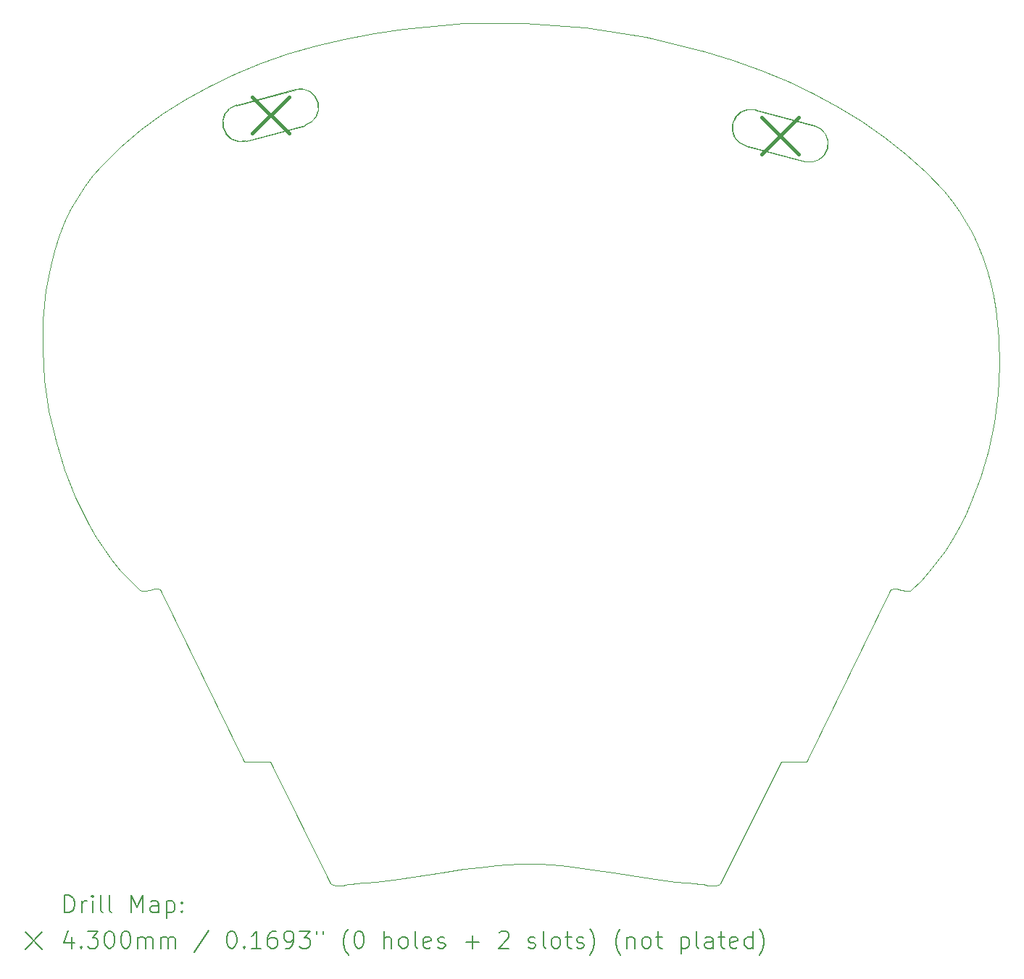
<source format=gbr>
%TF.GenerationSoftware,KiCad,Pcbnew,8.0.8*%
%TF.CreationDate,2025-02-04T02:19:48-06:00*%
%TF.ProjectId,B-Sides 2025,422d5369-6465-4732-9032-3032352e6b69,rev?*%
%TF.SameCoordinates,Original*%
%TF.FileFunction,Drillmap*%
%TF.FilePolarity,Positive*%
%FSLAX45Y45*%
G04 Gerber Fmt 4.5, Leading zero omitted, Abs format (unit mm)*
G04 Created by KiCad (PCBNEW 8.0.8) date 2025-02-04 02:19:48*
%MOMM*%
%LPD*%
G01*
G04 APERTURE LIST*
%ADD10C,0.020000*%
%ADD11C,0.050000*%
%ADD12C,0.200000*%
%ADD13C,0.430000*%
%ADD14C,0.100000*%
G04 APERTURE END LIST*
D10*
X16660856Y-5634689D02*
X17363854Y-5744584D01*
X18047436Y-5909917D01*
X18379031Y-6013177D01*
X18702274Y-6130063D01*
X19015997Y-6260494D01*
X19319035Y-6404394D01*
X19610221Y-6561683D01*
X19888389Y-6732283D01*
X20152372Y-6916117D01*
X20401004Y-7113104D01*
X20633119Y-7323168D01*
X20847550Y-7546230D01*
X20941054Y-7658767D01*
X21026964Y-7778312D01*
X21105358Y-7904377D01*
X21176317Y-8036475D01*
X21239920Y-8174116D01*
X21296248Y-8316815D01*
X21345380Y-8464082D01*
X21387397Y-8615431D01*
X21422377Y-8770373D01*
X21450402Y-8928420D01*
X21485903Y-9251881D01*
X21494539Y-9581910D01*
X21476949Y-9914607D01*
X21433773Y-10246068D01*
X21365649Y-10572391D01*
X21273217Y-10889675D01*
X21157116Y-11194017D01*
X21090389Y-11340115D01*
X21017985Y-11481515D01*
X20939983Y-11617728D01*
X20856464Y-11748267D01*
X20767506Y-11872643D01*
X20673191Y-11990370D01*
X20573597Y-12100958D01*
X20468805Y-12203922D01*
X20462982Y-12208697D01*
X20456850Y-12212619D01*
X20450427Y-12215743D01*
X20443732Y-12218122D01*
X20436784Y-12219811D01*
X20429602Y-12220864D01*
X20422205Y-12221337D01*
X20414611Y-12221284D01*
X20406839Y-12220759D01*
X20398909Y-12219817D01*
X20382647Y-12216899D01*
X20365976Y-12212968D01*
X20349046Y-12208458D01*
X20315012Y-12199449D01*
X20298209Y-12195823D01*
X20281750Y-12193364D01*
X20273696Y-12192708D01*
X20265784Y-12192508D01*
X20258034Y-12192817D01*
X20250464Y-12193691D01*
X20243093Y-12195184D01*
X20235939Y-12197351D01*
X20229022Y-12200245D01*
X20222360Y-12203922D01*
X19243247Y-14219613D01*
X18939596Y-14219613D01*
X18235298Y-15641490D01*
X18227787Y-15645833D01*
X18220118Y-15649656D01*
X18212299Y-15652982D01*
X18204339Y-15655837D01*
X18196244Y-15658243D01*
X18188023Y-15660225D01*
X18171234Y-15663012D01*
X18154033Y-15664390D01*
X18136482Y-15664551D01*
X18118644Y-15663687D01*
X18100582Y-15661991D01*
X18082357Y-15659654D01*
X18064032Y-15656869D01*
X18027331Y-15650720D01*
X17990977Y-15645082D01*
X17973087Y-15642934D01*
X17955470Y-15641490D01*
X17832995Y-15632574D01*
X17710751Y-15620598D01*
X17466814Y-15589461D01*
X16980173Y-15512405D01*
X16736912Y-15474465D01*
X16493319Y-15442237D01*
X16371312Y-15429511D01*
X16249117Y-15419709D01*
X16126701Y-15413330D01*
X16004027Y-15410872D01*
X15875481Y-15412735D01*
X15747179Y-15418672D01*
X15619089Y-15428170D01*
X15491178Y-15440713D01*
X15235759Y-15472879D01*
X14980655Y-15511052D01*
X14470335Y-15588955D01*
X14214586Y-15620452D01*
X14086449Y-15632536D01*
X13958091Y-15641490D01*
X13940472Y-15642892D01*
X13922580Y-15645009D01*
X13886224Y-15650614D01*
X13849523Y-15656758D01*
X13831198Y-15659550D01*
X13812974Y-15661897D01*
X13794912Y-15663606D01*
X13777075Y-15664485D01*
X13759526Y-15664339D01*
X13742325Y-15662976D01*
X13733876Y-15661778D01*
X13725537Y-15660203D01*
X13717316Y-15658227D01*
X13709222Y-15655826D01*
X13701262Y-15652976D01*
X13693443Y-15649653D01*
X13685775Y-15645832D01*
X13678264Y-15641490D01*
X12973965Y-14219613D01*
X12670315Y-14219613D01*
X11691201Y-12203922D01*
X11684542Y-12200245D01*
X11677628Y-12197349D01*
X11670479Y-12195180D01*
X11663113Y-12193683D01*
X11655549Y-12192804D01*
X11647806Y-12192489D01*
X11639902Y-12192682D01*
X11631857Y-12193331D01*
X11615415Y-12195774D01*
X11598630Y-12199384D01*
X11564629Y-12208363D01*
X11547712Y-12212861D01*
X11531050Y-12216786D01*
X11514792Y-12219702D01*
X11506862Y-12220646D01*
X11499089Y-12221174D01*
X11491492Y-12221233D01*
X11484089Y-12220767D01*
X11476900Y-12219723D01*
X11469943Y-12218046D01*
X11463237Y-12215682D01*
X11456799Y-12212576D01*
X11450650Y-12208674D01*
X11444808Y-12203922D01*
X11332512Y-12094569D01*
X11225408Y-11976895D01*
X11123613Y-11851436D01*
X11027240Y-11718731D01*
X10936407Y-11579317D01*
X10851229Y-11433732D01*
X10698299Y-11126198D01*
X10569374Y-10800432D01*
X10465378Y-10460735D01*
X10387235Y-10111407D01*
X10335871Y-9756752D01*
X10312208Y-9401069D01*
X10317172Y-9048660D01*
X10330678Y-8875028D01*
X10351687Y-8703827D01*
X10380314Y-8535596D01*
X10416676Y-8370872D01*
X10460887Y-8210192D01*
X10513064Y-8054095D01*
X10573322Y-7903117D01*
X10641776Y-7757798D01*
X10718542Y-7618673D01*
X10803736Y-7486282D01*
X10897472Y-7361161D01*
X10999867Y-7243849D01*
X11220127Y-7027540D01*
X11457695Y-6826579D01*
X11711403Y-6640889D01*
X11980087Y-6470390D01*
X12262580Y-6315005D01*
X12557715Y-6174656D01*
X12864325Y-6049263D01*
X13181245Y-5938749D01*
X13507308Y-5843036D01*
X13841347Y-5762044D01*
X14182197Y-5695695D01*
X14528691Y-5643912D01*
X15233944Y-5583727D01*
X15947776Y-5580862D01*
X16660856Y-5634689D01*
D11*
X18537030Y-7018752D02*
X19211295Y-7199411D01*
X18652705Y-6594589D02*
X19326970Y-6775248D01*
X18537030Y-7018752D02*
G75*
G02*
X18652705Y-6594589I56895J212338D01*
G01*
X19326970Y-6775248D02*
G75*
G02*
X19211295Y-7199411I-56895J-212338D01*
G01*
X13260178Y-6353075D02*
X12585918Y-6533752D01*
X13372082Y-6778248D02*
X12697822Y-6958925D01*
X12697822Y-6958925D02*
G75*
G02*
X12585918Y-6533752I-56896J212338D01*
G01*
X13260178Y-6353075D02*
G75*
G02*
X13372082Y-6778248I56896J-212338D01*
G01*
D12*
D13*
X12764000Y-6441000D02*
X13194000Y-6871000D01*
X13194000Y-6441000D02*
X12764000Y-6871000D01*
D14*
X12686913Y-6956849D02*
X13382379Y-6770499D01*
X13271087Y-6355151D02*
G75*
G02*
X13382379Y-6770499I55646J-207674D01*
G01*
X13271087Y-6355151D02*
X12575621Y-6541501D01*
X12575621Y-6541501D02*
G75*
G03*
X12686913Y-6956849I55646J-207674D01*
G01*
D13*
X18717000Y-6682000D02*
X19147000Y-7112000D01*
X19147000Y-6682000D02*
X18717000Y-7112000D01*
D14*
X19335379Y-6782501D02*
X18639913Y-6596151D01*
X18528621Y-7011499D02*
G75*
G02*
X18639913Y-6596151I55646J207674D01*
G01*
X18528621Y-7011499D02*
X19224087Y-7197849D01*
X19224087Y-7197849D02*
G75*
G03*
X19335379Y-6782501I55646J207674D01*
G01*
D12*
X10571985Y-15977035D02*
X10571985Y-15777035D01*
X10571985Y-15777035D02*
X10619604Y-15777035D01*
X10619604Y-15777035D02*
X10648175Y-15786558D01*
X10648175Y-15786558D02*
X10667223Y-15805606D01*
X10667223Y-15805606D02*
X10676747Y-15824654D01*
X10676747Y-15824654D02*
X10686271Y-15862749D01*
X10686271Y-15862749D02*
X10686271Y-15891320D01*
X10686271Y-15891320D02*
X10676747Y-15929416D01*
X10676747Y-15929416D02*
X10667223Y-15948463D01*
X10667223Y-15948463D02*
X10648175Y-15967511D01*
X10648175Y-15967511D02*
X10619604Y-15977035D01*
X10619604Y-15977035D02*
X10571985Y-15977035D01*
X10771985Y-15977035D02*
X10771985Y-15843701D01*
X10771985Y-15881797D02*
X10781509Y-15862749D01*
X10781509Y-15862749D02*
X10791033Y-15853225D01*
X10791033Y-15853225D02*
X10810080Y-15843701D01*
X10810080Y-15843701D02*
X10829128Y-15843701D01*
X10895794Y-15977035D02*
X10895794Y-15843701D01*
X10895794Y-15777035D02*
X10886271Y-15786558D01*
X10886271Y-15786558D02*
X10895794Y-15796082D01*
X10895794Y-15796082D02*
X10905318Y-15786558D01*
X10905318Y-15786558D02*
X10895794Y-15777035D01*
X10895794Y-15777035D02*
X10895794Y-15796082D01*
X11019604Y-15977035D02*
X11000556Y-15967511D01*
X11000556Y-15967511D02*
X10991033Y-15948463D01*
X10991033Y-15948463D02*
X10991033Y-15777035D01*
X11124366Y-15977035D02*
X11105318Y-15967511D01*
X11105318Y-15967511D02*
X11095794Y-15948463D01*
X11095794Y-15948463D02*
X11095794Y-15777035D01*
X11352937Y-15977035D02*
X11352937Y-15777035D01*
X11352937Y-15777035D02*
X11419604Y-15919892D01*
X11419604Y-15919892D02*
X11486271Y-15777035D01*
X11486271Y-15777035D02*
X11486271Y-15977035D01*
X11667223Y-15977035D02*
X11667223Y-15872273D01*
X11667223Y-15872273D02*
X11657699Y-15853225D01*
X11657699Y-15853225D02*
X11638652Y-15843701D01*
X11638652Y-15843701D02*
X11600556Y-15843701D01*
X11600556Y-15843701D02*
X11581509Y-15853225D01*
X11667223Y-15967511D02*
X11648175Y-15977035D01*
X11648175Y-15977035D02*
X11600556Y-15977035D01*
X11600556Y-15977035D02*
X11581509Y-15967511D01*
X11581509Y-15967511D02*
X11571985Y-15948463D01*
X11571985Y-15948463D02*
X11571985Y-15929416D01*
X11571985Y-15929416D02*
X11581509Y-15910368D01*
X11581509Y-15910368D02*
X11600556Y-15900844D01*
X11600556Y-15900844D02*
X11648175Y-15900844D01*
X11648175Y-15900844D02*
X11667223Y-15891320D01*
X11762461Y-15843701D02*
X11762461Y-16043701D01*
X11762461Y-15853225D02*
X11781509Y-15843701D01*
X11781509Y-15843701D02*
X11819604Y-15843701D01*
X11819604Y-15843701D02*
X11838652Y-15853225D01*
X11838652Y-15853225D02*
X11848175Y-15862749D01*
X11848175Y-15862749D02*
X11857699Y-15881797D01*
X11857699Y-15881797D02*
X11857699Y-15938939D01*
X11857699Y-15938939D02*
X11848175Y-15957987D01*
X11848175Y-15957987D02*
X11838652Y-15967511D01*
X11838652Y-15967511D02*
X11819604Y-15977035D01*
X11819604Y-15977035D02*
X11781509Y-15977035D01*
X11781509Y-15977035D02*
X11762461Y-15967511D01*
X11943413Y-15957987D02*
X11952937Y-15967511D01*
X11952937Y-15967511D02*
X11943413Y-15977035D01*
X11943413Y-15977035D02*
X11933890Y-15967511D01*
X11933890Y-15967511D02*
X11943413Y-15957987D01*
X11943413Y-15957987D02*
X11943413Y-15977035D01*
X11943413Y-15853225D02*
X11952937Y-15862749D01*
X11952937Y-15862749D02*
X11943413Y-15872273D01*
X11943413Y-15872273D02*
X11933890Y-15862749D01*
X11933890Y-15862749D02*
X11943413Y-15853225D01*
X11943413Y-15853225D02*
X11943413Y-15872273D01*
X10111208Y-16205551D02*
X10311208Y-16405551D01*
X10311208Y-16205551D02*
X10111208Y-16405551D01*
X10657699Y-16263701D02*
X10657699Y-16397035D01*
X10610080Y-16187511D02*
X10562461Y-16330368D01*
X10562461Y-16330368D02*
X10686271Y-16330368D01*
X10762461Y-16377987D02*
X10771985Y-16387511D01*
X10771985Y-16387511D02*
X10762461Y-16397035D01*
X10762461Y-16397035D02*
X10752937Y-16387511D01*
X10752937Y-16387511D02*
X10762461Y-16377987D01*
X10762461Y-16377987D02*
X10762461Y-16397035D01*
X10838652Y-16197035D02*
X10962461Y-16197035D01*
X10962461Y-16197035D02*
X10895794Y-16273225D01*
X10895794Y-16273225D02*
X10924366Y-16273225D01*
X10924366Y-16273225D02*
X10943414Y-16282749D01*
X10943414Y-16282749D02*
X10952937Y-16292273D01*
X10952937Y-16292273D02*
X10962461Y-16311320D01*
X10962461Y-16311320D02*
X10962461Y-16358939D01*
X10962461Y-16358939D02*
X10952937Y-16377987D01*
X10952937Y-16377987D02*
X10943414Y-16387511D01*
X10943414Y-16387511D02*
X10924366Y-16397035D01*
X10924366Y-16397035D02*
X10867223Y-16397035D01*
X10867223Y-16397035D02*
X10848175Y-16387511D01*
X10848175Y-16387511D02*
X10838652Y-16377987D01*
X11086271Y-16197035D02*
X11105318Y-16197035D01*
X11105318Y-16197035D02*
X11124366Y-16206558D01*
X11124366Y-16206558D02*
X11133890Y-16216082D01*
X11133890Y-16216082D02*
X11143414Y-16235130D01*
X11143414Y-16235130D02*
X11152937Y-16273225D01*
X11152937Y-16273225D02*
X11152937Y-16320844D01*
X11152937Y-16320844D02*
X11143414Y-16358939D01*
X11143414Y-16358939D02*
X11133890Y-16377987D01*
X11133890Y-16377987D02*
X11124366Y-16387511D01*
X11124366Y-16387511D02*
X11105318Y-16397035D01*
X11105318Y-16397035D02*
X11086271Y-16397035D01*
X11086271Y-16397035D02*
X11067223Y-16387511D01*
X11067223Y-16387511D02*
X11057699Y-16377987D01*
X11057699Y-16377987D02*
X11048175Y-16358939D01*
X11048175Y-16358939D02*
X11038652Y-16320844D01*
X11038652Y-16320844D02*
X11038652Y-16273225D01*
X11038652Y-16273225D02*
X11048175Y-16235130D01*
X11048175Y-16235130D02*
X11057699Y-16216082D01*
X11057699Y-16216082D02*
X11067223Y-16206558D01*
X11067223Y-16206558D02*
X11086271Y-16197035D01*
X11276747Y-16197035D02*
X11295794Y-16197035D01*
X11295794Y-16197035D02*
X11314842Y-16206558D01*
X11314842Y-16206558D02*
X11324366Y-16216082D01*
X11324366Y-16216082D02*
X11333890Y-16235130D01*
X11333890Y-16235130D02*
X11343413Y-16273225D01*
X11343413Y-16273225D02*
X11343413Y-16320844D01*
X11343413Y-16320844D02*
X11333890Y-16358939D01*
X11333890Y-16358939D02*
X11324366Y-16377987D01*
X11324366Y-16377987D02*
X11314842Y-16387511D01*
X11314842Y-16387511D02*
X11295794Y-16397035D01*
X11295794Y-16397035D02*
X11276747Y-16397035D01*
X11276747Y-16397035D02*
X11257699Y-16387511D01*
X11257699Y-16387511D02*
X11248175Y-16377987D01*
X11248175Y-16377987D02*
X11238652Y-16358939D01*
X11238652Y-16358939D02*
X11229128Y-16320844D01*
X11229128Y-16320844D02*
X11229128Y-16273225D01*
X11229128Y-16273225D02*
X11238652Y-16235130D01*
X11238652Y-16235130D02*
X11248175Y-16216082D01*
X11248175Y-16216082D02*
X11257699Y-16206558D01*
X11257699Y-16206558D02*
X11276747Y-16197035D01*
X11429128Y-16397035D02*
X11429128Y-16263701D01*
X11429128Y-16282749D02*
X11438652Y-16273225D01*
X11438652Y-16273225D02*
X11457699Y-16263701D01*
X11457699Y-16263701D02*
X11486271Y-16263701D01*
X11486271Y-16263701D02*
X11505318Y-16273225D01*
X11505318Y-16273225D02*
X11514842Y-16292273D01*
X11514842Y-16292273D02*
X11514842Y-16397035D01*
X11514842Y-16292273D02*
X11524366Y-16273225D01*
X11524366Y-16273225D02*
X11543413Y-16263701D01*
X11543413Y-16263701D02*
X11571985Y-16263701D01*
X11571985Y-16263701D02*
X11591033Y-16273225D01*
X11591033Y-16273225D02*
X11600556Y-16292273D01*
X11600556Y-16292273D02*
X11600556Y-16397035D01*
X11695794Y-16397035D02*
X11695794Y-16263701D01*
X11695794Y-16282749D02*
X11705318Y-16273225D01*
X11705318Y-16273225D02*
X11724366Y-16263701D01*
X11724366Y-16263701D02*
X11752937Y-16263701D01*
X11752937Y-16263701D02*
X11771985Y-16273225D01*
X11771985Y-16273225D02*
X11781509Y-16292273D01*
X11781509Y-16292273D02*
X11781509Y-16397035D01*
X11781509Y-16292273D02*
X11791033Y-16273225D01*
X11791033Y-16273225D02*
X11810080Y-16263701D01*
X11810080Y-16263701D02*
X11838652Y-16263701D01*
X11838652Y-16263701D02*
X11857699Y-16273225D01*
X11857699Y-16273225D02*
X11867223Y-16292273D01*
X11867223Y-16292273D02*
X11867223Y-16397035D01*
X12257699Y-16187511D02*
X12086271Y-16444654D01*
X12514842Y-16197035D02*
X12533890Y-16197035D01*
X12533890Y-16197035D02*
X12552937Y-16206558D01*
X12552937Y-16206558D02*
X12562461Y-16216082D01*
X12562461Y-16216082D02*
X12571985Y-16235130D01*
X12571985Y-16235130D02*
X12581509Y-16273225D01*
X12581509Y-16273225D02*
X12581509Y-16320844D01*
X12581509Y-16320844D02*
X12571985Y-16358939D01*
X12571985Y-16358939D02*
X12562461Y-16377987D01*
X12562461Y-16377987D02*
X12552937Y-16387511D01*
X12552937Y-16387511D02*
X12533890Y-16397035D01*
X12533890Y-16397035D02*
X12514842Y-16397035D01*
X12514842Y-16397035D02*
X12495795Y-16387511D01*
X12495795Y-16387511D02*
X12486271Y-16377987D01*
X12486271Y-16377987D02*
X12476747Y-16358939D01*
X12476747Y-16358939D02*
X12467223Y-16320844D01*
X12467223Y-16320844D02*
X12467223Y-16273225D01*
X12467223Y-16273225D02*
X12476747Y-16235130D01*
X12476747Y-16235130D02*
X12486271Y-16216082D01*
X12486271Y-16216082D02*
X12495795Y-16206558D01*
X12495795Y-16206558D02*
X12514842Y-16197035D01*
X12667223Y-16377987D02*
X12676747Y-16387511D01*
X12676747Y-16387511D02*
X12667223Y-16397035D01*
X12667223Y-16397035D02*
X12657699Y-16387511D01*
X12657699Y-16387511D02*
X12667223Y-16377987D01*
X12667223Y-16377987D02*
X12667223Y-16397035D01*
X12867223Y-16397035D02*
X12752937Y-16397035D01*
X12810080Y-16397035D02*
X12810080Y-16197035D01*
X12810080Y-16197035D02*
X12791033Y-16225606D01*
X12791033Y-16225606D02*
X12771985Y-16244654D01*
X12771985Y-16244654D02*
X12752937Y-16254177D01*
X13038652Y-16197035D02*
X13000556Y-16197035D01*
X13000556Y-16197035D02*
X12981509Y-16206558D01*
X12981509Y-16206558D02*
X12971985Y-16216082D01*
X12971985Y-16216082D02*
X12952937Y-16244654D01*
X12952937Y-16244654D02*
X12943414Y-16282749D01*
X12943414Y-16282749D02*
X12943414Y-16358939D01*
X12943414Y-16358939D02*
X12952937Y-16377987D01*
X12952937Y-16377987D02*
X12962461Y-16387511D01*
X12962461Y-16387511D02*
X12981509Y-16397035D01*
X12981509Y-16397035D02*
X13019604Y-16397035D01*
X13019604Y-16397035D02*
X13038652Y-16387511D01*
X13038652Y-16387511D02*
X13048176Y-16377987D01*
X13048176Y-16377987D02*
X13057699Y-16358939D01*
X13057699Y-16358939D02*
X13057699Y-16311320D01*
X13057699Y-16311320D02*
X13048176Y-16292273D01*
X13048176Y-16292273D02*
X13038652Y-16282749D01*
X13038652Y-16282749D02*
X13019604Y-16273225D01*
X13019604Y-16273225D02*
X12981509Y-16273225D01*
X12981509Y-16273225D02*
X12962461Y-16282749D01*
X12962461Y-16282749D02*
X12952937Y-16292273D01*
X12952937Y-16292273D02*
X12943414Y-16311320D01*
X13152937Y-16397035D02*
X13191033Y-16397035D01*
X13191033Y-16397035D02*
X13210080Y-16387511D01*
X13210080Y-16387511D02*
X13219604Y-16377987D01*
X13219604Y-16377987D02*
X13238652Y-16349416D01*
X13238652Y-16349416D02*
X13248176Y-16311320D01*
X13248176Y-16311320D02*
X13248176Y-16235130D01*
X13248176Y-16235130D02*
X13238652Y-16216082D01*
X13238652Y-16216082D02*
X13229128Y-16206558D01*
X13229128Y-16206558D02*
X13210080Y-16197035D01*
X13210080Y-16197035D02*
X13171985Y-16197035D01*
X13171985Y-16197035D02*
X13152937Y-16206558D01*
X13152937Y-16206558D02*
X13143414Y-16216082D01*
X13143414Y-16216082D02*
X13133890Y-16235130D01*
X13133890Y-16235130D02*
X13133890Y-16282749D01*
X13133890Y-16282749D02*
X13143414Y-16301797D01*
X13143414Y-16301797D02*
X13152937Y-16311320D01*
X13152937Y-16311320D02*
X13171985Y-16320844D01*
X13171985Y-16320844D02*
X13210080Y-16320844D01*
X13210080Y-16320844D02*
X13229128Y-16311320D01*
X13229128Y-16311320D02*
X13238652Y-16301797D01*
X13238652Y-16301797D02*
X13248176Y-16282749D01*
X13314842Y-16197035D02*
X13438652Y-16197035D01*
X13438652Y-16197035D02*
X13371985Y-16273225D01*
X13371985Y-16273225D02*
X13400557Y-16273225D01*
X13400557Y-16273225D02*
X13419604Y-16282749D01*
X13419604Y-16282749D02*
X13429128Y-16292273D01*
X13429128Y-16292273D02*
X13438652Y-16311320D01*
X13438652Y-16311320D02*
X13438652Y-16358939D01*
X13438652Y-16358939D02*
X13429128Y-16377987D01*
X13429128Y-16377987D02*
X13419604Y-16387511D01*
X13419604Y-16387511D02*
X13400557Y-16397035D01*
X13400557Y-16397035D02*
X13343414Y-16397035D01*
X13343414Y-16397035D02*
X13324366Y-16387511D01*
X13324366Y-16387511D02*
X13314842Y-16377987D01*
X13514842Y-16197035D02*
X13514842Y-16235130D01*
X13591033Y-16197035D02*
X13591033Y-16235130D01*
X13886271Y-16473225D02*
X13876747Y-16463701D01*
X13876747Y-16463701D02*
X13857699Y-16435130D01*
X13857699Y-16435130D02*
X13848176Y-16416082D01*
X13848176Y-16416082D02*
X13838652Y-16387511D01*
X13838652Y-16387511D02*
X13829128Y-16339892D01*
X13829128Y-16339892D02*
X13829128Y-16301797D01*
X13829128Y-16301797D02*
X13838652Y-16254177D01*
X13838652Y-16254177D02*
X13848176Y-16225606D01*
X13848176Y-16225606D02*
X13857699Y-16206558D01*
X13857699Y-16206558D02*
X13876747Y-16177987D01*
X13876747Y-16177987D02*
X13886271Y-16168463D01*
X14000557Y-16197035D02*
X14019604Y-16197035D01*
X14019604Y-16197035D02*
X14038652Y-16206558D01*
X14038652Y-16206558D02*
X14048176Y-16216082D01*
X14048176Y-16216082D02*
X14057699Y-16235130D01*
X14057699Y-16235130D02*
X14067223Y-16273225D01*
X14067223Y-16273225D02*
X14067223Y-16320844D01*
X14067223Y-16320844D02*
X14057699Y-16358939D01*
X14057699Y-16358939D02*
X14048176Y-16377987D01*
X14048176Y-16377987D02*
X14038652Y-16387511D01*
X14038652Y-16387511D02*
X14019604Y-16397035D01*
X14019604Y-16397035D02*
X14000557Y-16397035D01*
X14000557Y-16397035D02*
X13981509Y-16387511D01*
X13981509Y-16387511D02*
X13971985Y-16377987D01*
X13971985Y-16377987D02*
X13962461Y-16358939D01*
X13962461Y-16358939D02*
X13952938Y-16320844D01*
X13952938Y-16320844D02*
X13952938Y-16273225D01*
X13952938Y-16273225D02*
X13962461Y-16235130D01*
X13962461Y-16235130D02*
X13971985Y-16216082D01*
X13971985Y-16216082D02*
X13981509Y-16206558D01*
X13981509Y-16206558D02*
X14000557Y-16197035D01*
X14305319Y-16397035D02*
X14305319Y-16197035D01*
X14391033Y-16397035D02*
X14391033Y-16292273D01*
X14391033Y-16292273D02*
X14381509Y-16273225D01*
X14381509Y-16273225D02*
X14362461Y-16263701D01*
X14362461Y-16263701D02*
X14333890Y-16263701D01*
X14333890Y-16263701D02*
X14314842Y-16273225D01*
X14314842Y-16273225D02*
X14305319Y-16282749D01*
X14514842Y-16397035D02*
X14495795Y-16387511D01*
X14495795Y-16387511D02*
X14486271Y-16377987D01*
X14486271Y-16377987D02*
X14476747Y-16358939D01*
X14476747Y-16358939D02*
X14476747Y-16301797D01*
X14476747Y-16301797D02*
X14486271Y-16282749D01*
X14486271Y-16282749D02*
X14495795Y-16273225D01*
X14495795Y-16273225D02*
X14514842Y-16263701D01*
X14514842Y-16263701D02*
X14543414Y-16263701D01*
X14543414Y-16263701D02*
X14562461Y-16273225D01*
X14562461Y-16273225D02*
X14571985Y-16282749D01*
X14571985Y-16282749D02*
X14581509Y-16301797D01*
X14581509Y-16301797D02*
X14581509Y-16358939D01*
X14581509Y-16358939D02*
X14571985Y-16377987D01*
X14571985Y-16377987D02*
X14562461Y-16387511D01*
X14562461Y-16387511D02*
X14543414Y-16397035D01*
X14543414Y-16397035D02*
X14514842Y-16397035D01*
X14695795Y-16397035D02*
X14676747Y-16387511D01*
X14676747Y-16387511D02*
X14667223Y-16368463D01*
X14667223Y-16368463D02*
X14667223Y-16197035D01*
X14848176Y-16387511D02*
X14829128Y-16397035D01*
X14829128Y-16397035D02*
X14791033Y-16397035D01*
X14791033Y-16397035D02*
X14771985Y-16387511D01*
X14771985Y-16387511D02*
X14762461Y-16368463D01*
X14762461Y-16368463D02*
X14762461Y-16292273D01*
X14762461Y-16292273D02*
X14771985Y-16273225D01*
X14771985Y-16273225D02*
X14791033Y-16263701D01*
X14791033Y-16263701D02*
X14829128Y-16263701D01*
X14829128Y-16263701D02*
X14848176Y-16273225D01*
X14848176Y-16273225D02*
X14857700Y-16292273D01*
X14857700Y-16292273D02*
X14857700Y-16311320D01*
X14857700Y-16311320D02*
X14762461Y-16330368D01*
X14933890Y-16387511D02*
X14952938Y-16397035D01*
X14952938Y-16397035D02*
X14991033Y-16397035D01*
X14991033Y-16397035D02*
X15010081Y-16387511D01*
X15010081Y-16387511D02*
X15019604Y-16368463D01*
X15019604Y-16368463D02*
X15019604Y-16358939D01*
X15019604Y-16358939D02*
X15010081Y-16339892D01*
X15010081Y-16339892D02*
X14991033Y-16330368D01*
X14991033Y-16330368D02*
X14962461Y-16330368D01*
X14962461Y-16330368D02*
X14943414Y-16320844D01*
X14943414Y-16320844D02*
X14933890Y-16301797D01*
X14933890Y-16301797D02*
X14933890Y-16292273D01*
X14933890Y-16292273D02*
X14943414Y-16273225D01*
X14943414Y-16273225D02*
X14962461Y-16263701D01*
X14962461Y-16263701D02*
X14991033Y-16263701D01*
X14991033Y-16263701D02*
X15010081Y-16273225D01*
X15257700Y-16320844D02*
X15410081Y-16320844D01*
X15333890Y-16397035D02*
X15333890Y-16244654D01*
X15648176Y-16216082D02*
X15657700Y-16206558D01*
X15657700Y-16206558D02*
X15676747Y-16197035D01*
X15676747Y-16197035D02*
X15724366Y-16197035D01*
X15724366Y-16197035D02*
X15743414Y-16206558D01*
X15743414Y-16206558D02*
X15752938Y-16216082D01*
X15752938Y-16216082D02*
X15762462Y-16235130D01*
X15762462Y-16235130D02*
X15762462Y-16254177D01*
X15762462Y-16254177D02*
X15752938Y-16282749D01*
X15752938Y-16282749D02*
X15638652Y-16397035D01*
X15638652Y-16397035D02*
X15762462Y-16397035D01*
X15991033Y-16387511D02*
X16010081Y-16397035D01*
X16010081Y-16397035D02*
X16048176Y-16397035D01*
X16048176Y-16397035D02*
X16067224Y-16387511D01*
X16067224Y-16387511D02*
X16076747Y-16368463D01*
X16076747Y-16368463D02*
X16076747Y-16358939D01*
X16076747Y-16358939D02*
X16067224Y-16339892D01*
X16067224Y-16339892D02*
X16048176Y-16330368D01*
X16048176Y-16330368D02*
X16019604Y-16330368D01*
X16019604Y-16330368D02*
X16000557Y-16320844D01*
X16000557Y-16320844D02*
X15991033Y-16301797D01*
X15991033Y-16301797D02*
X15991033Y-16292273D01*
X15991033Y-16292273D02*
X16000557Y-16273225D01*
X16000557Y-16273225D02*
X16019604Y-16263701D01*
X16019604Y-16263701D02*
X16048176Y-16263701D01*
X16048176Y-16263701D02*
X16067224Y-16273225D01*
X16191033Y-16397035D02*
X16171985Y-16387511D01*
X16171985Y-16387511D02*
X16162462Y-16368463D01*
X16162462Y-16368463D02*
X16162462Y-16197035D01*
X16295795Y-16397035D02*
X16276747Y-16387511D01*
X16276747Y-16387511D02*
X16267224Y-16377987D01*
X16267224Y-16377987D02*
X16257700Y-16358939D01*
X16257700Y-16358939D02*
X16257700Y-16301797D01*
X16257700Y-16301797D02*
X16267224Y-16282749D01*
X16267224Y-16282749D02*
X16276747Y-16273225D01*
X16276747Y-16273225D02*
X16295795Y-16263701D01*
X16295795Y-16263701D02*
X16324366Y-16263701D01*
X16324366Y-16263701D02*
X16343414Y-16273225D01*
X16343414Y-16273225D02*
X16352938Y-16282749D01*
X16352938Y-16282749D02*
X16362462Y-16301797D01*
X16362462Y-16301797D02*
X16362462Y-16358939D01*
X16362462Y-16358939D02*
X16352938Y-16377987D01*
X16352938Y-16377987D02*
X16343414Y-16387511D01*
X16343414Y-16387511D02*
X16324366Y-16397035D01*
X16324366Y-16397035D02*
X16295795Y-16397035D01*
X16419605Y-16263701D02*
X16495795Y-16263701D01*
X16448176Y-16197035D02*
X16448176Y-16368463D01*
X16448176Y-16368463D02*
X16457700Y-16387511D01*
X16457700Y-16387511D02*
X16476747Y-16397035D01*
X16476747Y-16397035D02*
X16495795Y-16397035D01*
X16552938Y-16387511D02*
X16571985Y-16397035D01*
X16571985Y-16397035D02*
X16610081Y-16397035D01*
X16610081Y-16397035D02*
X16629128Y-16387511D01*
X16629128Y-16387511D02*
X16638652Y-16368463D01*
X16638652Y-16368463D02*
X16638652Y-16358939D01*
X16638652Y-16358939D02*
X16629128Y-16339892D01*
X16629128Y-16339892D02*
X16610081Y-16330368D01*
X16610081Y-16330368D02*
X16581509Y-16330368D01*
X16581509Y-16330368D02*
X16562462Y-16320844D01*
X16562462Y-16320844D02*
X16552938Y-16301797D01*
X16552938Y-16301797D02*
X16552938Y-16292273D01*
X16552938Y-16292273D02*
X16562462Y-16273225D01*
X16562462Y-16273225D02*
X16581509Y-16263701D01*
X16581509Y-16263701D02*
X16610081Y-16263701D01*
X16610081Y-16263701D02*
X16629128Y-16273225D01*
X16705319Y-16473225D02*
X16714843Y-16463701D01*
X16714843Y-16463701D02*
X16733890Y-16435130D01*
X16733890Y-16435130D02*
X16743414Y-16416082D01*
X16743414Y-16416082D02*
X16752938Y-16387511D01*
X16752938Y-16387511D02*
X16762462Y-16339892D01*
X16762462Y-16339892D02*
X16762462Y-16301797D01*
X16762462Y-16301797D02*
X16752938Y-16254177D01*
X16752938Y-16254177D02*
X16743414Y-16225606D01*
X16743414Y-16225606D02*
X16733890Y-16206558D01*
X16733890Y-16206558D02*
X16714843Y-16177987D01*
X16714843Y-16177987D02*
X16705319Y-16168463D01*
X17067224Y-16473225D02*
X17057700Y-16463701D01*
X17057700Y-16463701D02*
X17038652Y-16435130D01*
X17038652Y-16435130D02*
X17029128Y-16416082D01*
X17029128Y-16416082D02*
X17019605Y-16387511D01*
X17019605Y-16387511D02*
X17010081Y-16339892D01*
X17010081Y-16339892D02*
X17010081Y-16301797D01*
X17010081Y-16301797D02*
X17019605Y-16254177D01*
X17019605Y-16254177D02*
X17029128Y-16225606D01*
X17029128Y-16225606D02*
X17038652Y-16206558D01*
X17038652Y-16206558D02*
X17057700Y-16177987D01*
X17057700Y-16177987D02*
X17067224Y-16168463D01*
X17143414Y-16263701D02*
X17143414Y-16397035D01*
X17143414Y-16282749D02*
X17152938Y-16273225D01*
X17152938Y-16273225D02*
X17171986Y-16263701D01*
X17171986Y-16263701D02*
X17200557Y-16263701D01*
X17200557Y-16263701D02*
X17219605Y-16273225D01*
X17219605Y-16273225D02*
X17229128Y-16292273D01*
X17229128Y-16292273D02*
X17229128Y-16397035D01*
X17352938Y-16397035D02*
X17333890Y-16387511D01*
X17333890Y-16387511D02*
X17324367Y-16377987D01*
X17324367Y-16377987D02*
X17314843Y-16358939D01*
X17314843Y-16358939D02*
X17314843Y-16301797D01*
X17314843Y-16301797D02*
X17324367Y-16282749D01*
X17324367Y-16282749D02*
X17333890Y-16273225D01*
X17333890Y-16273225D02*
X17352938Y-16263701D01*
X17352938Y-16263701D02*
X17381509Y-16263701D01*
X17381509Y-16263701D02*
X17400557Y-16273225D01*
X17400557Y-16273225D02*
X17410081Y-16282749D01*
X17410081Y-16282749D02*
X17419605Y-16301797D01*
X17419605Y-16301797D02*
X17419605Y-16358939D01*
X17419605Y-16358939D02*
X17410081Y-16377987D01*
X17410081Y-16377987D02*
X17400557Y-16387511D01*
X17400557Y-16387511D02*
X17381509Y-16397035D01*
X17381509Y-16397035D02*
X17352938Y-16397035D01*
X17476748Y-16263701D02*
X17552938Y-16263701D01*
X17505319Y-16197035D02*
X17505319Y-16368463D01*
X17505319Y-16368463D02*
X17514843Y-16387511D01*
X17514843Y-16387511D02*
X17533890Y-16397035D01*
X17533890Y-16397035D02*
X17552938Y-16397035D01*
X17771986Y-16263701D02*
X17771986Y-16463701D01*
X17771986Y-16273225D02*
X17791033Y-16263701D01*
X17791033Y-16263701D02*
X17829129Y-16263701D01*
X17829129Y-16263701D02*
X17848176Y-16273225D01*
X17848176Y-16273225D02*
X17857700Y-16282749D01*
X17857700Y-16282749D02*
X17867224Y-16301797D01*
X17867224Y-16301797D02*
X17867224Y-16358939D01*
X17867224Y-16358939D02*
X17857700Y-16377987D01*
X17857700Y-16377987D02*
X17848176Y-16387511D01*
X17848176Y-16387511D02*
X17829129Y-16397035D01*
X17829129Y-16397035D02*
X17791033Y-16397035D01*
X17791033Y-16397035D02*
X17771986Y-16387511D01*
X17981509Y-16397035D02*
X17962462Y-16387511D01*
X17962462Y-16387511D02*
X17952938Y-16368463D01*
X17952938Y-16368463D02*
X17952938Y-16197035D01*
X18143414Y-16397035D02*
X18143414Y-16292273D01*
X18143414Y-16292273D02*
X18133890Y-16273225D01*
X18133890Y-16273225D02*
X18114843Y-16263701D01*
X18114843Y-16263701D02*
X18076748Y-16263701D01*
X18076748Y-16263701D02*
X18057700Y-16273225D01*
X18143414Y-16387511D02*
X18124367Y-16397035D01*
X18124367Y-16397035D02*
X18076748Y-16397035D01*
X18076748Y-16397035D02*
X18057700Y-16387511D01*
X18057700Y-16387511D02*
X18048176Y-16368463D01*
X18048176Y-16368463D02*
X18048176Y-16349416D01*
X18048176Y-16349416D02*
X18057700Y-16330368D01*
X18057700Y-16330368D02*
X18076748Y-16320844D01*
X18076748Y-16320844D02*
X18124367Y-16320844D01*
X18124367Y-16320844D02*
X18143414Y-16311320D01*
X18210081Y-16263701D02*
X18286271Y-16263701D01*
X18238652Y-16197035D02*
X18238652Y-16368463D01*
X18238652Y-16368463D02*
X18248176Y-16387511D01*
X18248176Y-16387511D02*
X18267224Y-16397035D01*
X18267224Y-16397035D02*
X18286271Y-16397035D01*
X18429129Y-16387511D02*
X18410081Y-16397035D01*
X18410081Y-16397035D02*
X18371986Y-16397035D01*
X18371986Y-16397035D02*
X18352938Y-16387511D01*
X18352938Y-16387511D02*
X18343414Y-16368463D01*
X18343414Y-16368463D02*
X18343414Y-16292273D01*
X18343414Y-16292273D02*
X18352938Y-16273225D01*
X18352938Y-16273225D02*
X18371986Y-16263701D01*
X18371986Y-16263701D02*
X18410081Y-16263701D01*
X18410081Y-16263701D02*
X18429129Y-16273225D01*
X18429129Y-16273225D02*
X18438652Y-16292273D01*
X18438652Y-16292273D02*
X18438652Y-16311320D01*
X18438652Y-16311320D02*
X18343414Y-16330368D01*
X18610081Y-16397035D02*
X18610081Y-16197035D01*
X18610081Y-16387511D02*
X18591033Y-16397035D01*
X18591033Y-16397035D02*
X18552938Y-16397035D01*
X18552938Y-16397035D02*
X18533890Y-16387511D01*
X18533890Y-16387511D02*
X18524367Y-16377987D01*
X18524367Y-16377987D02*
X18514843Y-16358939D01*
X18514843Y-16358939D02*
X18514843Y-16301797D01*
X18514843Y-16301797D02*
X18524367Y-16282749D01*
X18524367Y-16282749D02*
X18533890Y-16273225D01*
X18533890Y-16273225D02*
X18552938Y-16263701D01*
X18552938Y-16263701D02*
X18591033Y-16263701D01*
X18591033Y-16263701D02*
X18610081Y-16273225D01*
X18686271Y-16473225D02*
X18695795Y-16463701D01*
X18695795Y-16463701D02*
X18714843Y-16435130D01*
X18714843Y-16435130D02*
X18724367Y-16416082D01*
X18724367Y-16416082D02*
X18733890Y-16387511D01*
X18733890Y-16387511D02*
X18743414Y-16339892D01*
X18743414Y-16339892D02*
X18743414Y-16301797D01*
X18743414Y-16301797D02*
X18733890Y-16254177D01*
X18733890Y-16254177D02*
X18724367Y-16225606D01*
X18724367Y-16225606D02*
X18714843Y-16206558D01*
X18714843Y-16206558D02*
X18695795Y-16177987D01*
X18695795Y-16177987D02*
X18686271Y-16168463D01*
M02*

</source>
